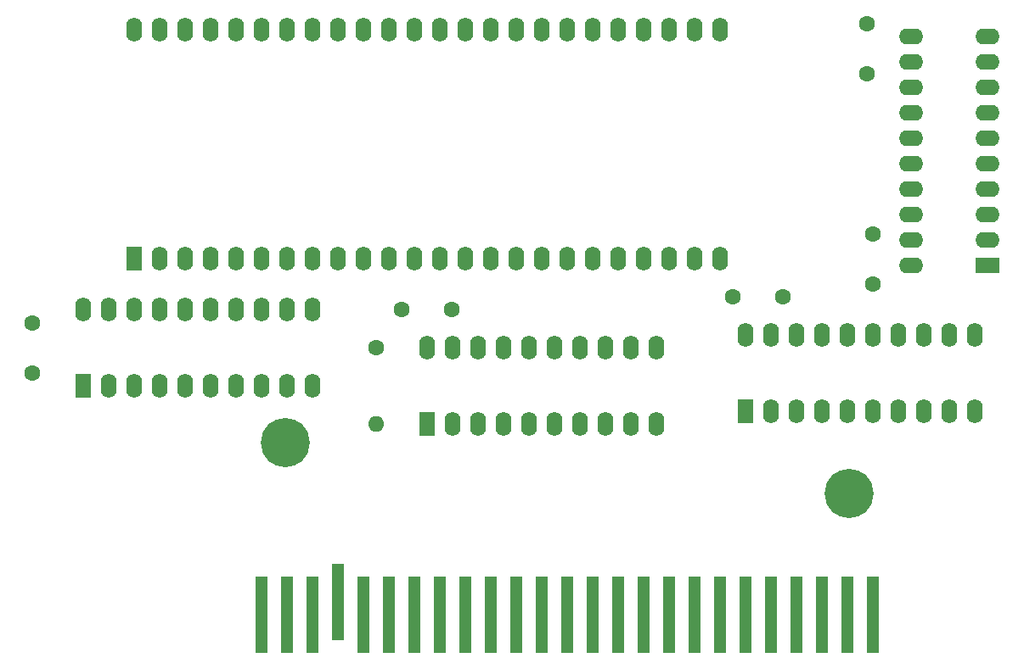
<source format=gts>
G04 #@! TF.GenerationSoftware,KiCad,Pcbnew,(6.0.9)*
G04 #@! TF.CreationDate,2023-05-01T17:42:56+02:00*
G04 #@! TF.ProjectId,05_Cartucho_MSX_Tang_Nano_9k_Mapper,30355f43-6172-4747-9563-686f5f4d5358,rev?*
G04 #@! TF.SameCoordinates,Original*
G04 #@! TF.FileFunction,Soldermask,Top*
G04 #@! TF.FilePolarity,Negative*
%FSLAX46Y46*%
G04 Gerber Fmt 4.6, Leading zero omitted, Abs format (unit mm)*
G04 Created by KiCad (PCBNEW (6.0.9)) date 2023-05-01 17:42:56*
%MOMM*%
%LPD*%
G01*
G04 APERTURE LIST*
%ADD10C,1.600000*%
%ADD11R,1.600000X2.400000*%
%ADD12O,1.600000X2.400000*%
%ADD13C,4.900000*%
%ADD14R,1.270000X7.620000*%
%ADD15O,1.600000X1.600000*%
%ADD16R,2.400000X1.600000*%
%ADD17O,2.400000X1.600000*%
G04 APERTURE END LIST*
D10*
X141605000Y-80685000D03*
X141605000Y-85685000D03*
X95250000Y-109220000D03*
X100250000Y-109220000D03*
X58420000Y-115570000D03*
X58420000Y-110570000D03*
D11*
X63505000Y-116840000D03*
D12*
X66045000Y-116840000D03*
X68585000Y-116840000D03*
X71125000Y-116840000D03*
X73665000Y-116840000D03*
X76205000Y-116840000D03*
X78745000Y-116840000D03*
X81285000Y-116840000D03*
X83825000Y-116840000D03*
X86365000Y-116840000D03*
X86365000Y-109220000D03*
X83825000Y-109220000D03*
X81285000Y-109220000D03*
X78745000Y-109220000D03*
X76205000Y-109220000D03*
X73665000Y-109220000D03*
X71125000Y-109220000D03*
X68585000Y-109220000D03*
X66045000Y-109220000D03*
X63505000Y-109220000D03*
D13*
X83660000Y-122465000D03*
X139860000Y-127565000D03*
D14*
X142240000Y-139700000D03*
X139700000Y-139700000D03*
X137160000Y-139700000D03*
X134620000Y-139700000D03*
X132080000Y-139700000D03*
X129540000Y-139700000D03*
X127000000Y-139700000D03*
X124460000Y-139700000D03*
X121920000Y-139700000D03*
X119380000Y-139700000D03*
X116840000Y-139700000D03*
X114300000Y-139700000D03*
X111760000Y-139700000D03*
X109220000Y-139700000D03*
X106680000Y-139700000D03*
X104140000Y-139700000D03*
X101600000Y-139700000D03*
X99060000Y-139700000D03*
X96520000Y-139700000D03*
X93980000Y-139700000D03*
X91440000Y-139700000D03*
X88900000Y-138430000D03*
X86360000Y-139700000D03*
X83820000Y-139700000D03*
X81280000Y-139700000D03*
D11*
X68580000Y-104140000D03*
D12*
X71120000Y-104140000D03*
X73660000Y-104140000D03*
X76200000Y-104140000D03*
X78740000Y-104140000D03*
X81280000Y-104140000D03*
X83820000Y-104140000D03*
X86360000Y-104140000D03*
X88900000Y-104140000D03*
X91440000Y-104140000D03*
X93980000Y-104140000D03*
X96520000Y-104140000D03*
X99060000Y-104140000D03*
X101600000Y-104140000D03*
X104140000Y-104140000D03*
X106680000Y-104140000D03*
X109220000Y-104140000D03*
X111760000Y-104140000D03*
X114300000Y-104140000D03*
X116840000Y-104140000D03*
X119380000Y-104140000D03*
X121920000Y-104140000D03*
X124460000Y-104140000D03*
X127000000Y-104140000D03*
X127000000Y-81280000D03*
X124460000Y-81280000D03*
X121920000Y-81280000D03*
X119380000Y-81280000D03*
X116840000Y-81280000D03*
X114300000Y-81280000D03*
X111760000Y-81280000D03*
X109220000Y-81280000D03*
X106680000Y-81280000D03*
X104140000Y-81280000D03*
X101600000Y-81280000D03*
X99060000Y-81280000D03*
X96520000Y-81280000D03*
X93980000Y-81280000D03*
X91440000Y-81280000D03*
X88900000Y-81280000D03*
X86360000Y-81280000D03*
X83820000Y-81280000D03*
X81280000Y-81280000D03*
X78740000Y-81280000D03*
X76200000Y-81280000D03*
X73660000Y-81280000D03*
X71120000Y-81280000D03*
X68580000Y-81280000D03*
D11*
X129540000Y-119380000D03*
D12*
X132080000Y-119380000D03*
X134620000Y-119380000D03*
X137160000Y-119380000D03*
X139700000Y-119380000D03*
X142240000Y-119380000D03*
X144780000Y-119380000D03*
X147320000Y-119380000D03*
X149860000Y-119380000D03*
X152400000Y-119380000D03*
X152400000Y-111760000D03*
X149860000Y-111760000D03*
X147320000Y-111760000D03*
X144780000Y-111760000D03*
X142240000Y-111760000D03*
X139700000Y-111760000D03*
X137160000Y-111760000D03*
X134620000Y-111760000D03*
X132080000Y-111760000D03*
X129540000Y-111760000D03*
D10*
X142240000Y-106680000D03*
X142240000Y-101680000D03*
X92710000Y-113030000D03*
D15*
X92710000Y-120650000D03*
D10*
X128270000Y-107950000D03*
X133270000Y-107950000D03*
D11*
X97790000Y-120650000D03*
D12*
X100330000Y-120650000D03*
X102870000Y-120650000D03*
X105410000Y-120650000D03*
X107950000Y-120650000D03*
X110490000Y-120650000D03*
X113030000Y-120650000D03*
X115570000Y-120650000D03*
X118110000Y-120650000D03*
X120650000Y-120650000D03*
X120650000Y-113030000D03*
X118110000Y-113030000D03*
X115570000Y-113030000D03*
X113030000Y-113030000D03*
X110490000Y-113030000D03*
X107950000Y-113030000D03*
X105410000Y-113030000D03*
X102870000Y-113030000D03*
X100330000Y-113030000D03*
X97790000Y-113030000D03*
D16*
X153660000Y-104770000D03*
D17*
X153660000Y-102230000D03*
X153660000Y-99690000D03*
X153660000Y-97150000D03*
X153660000Y-94610000D03*
X153660000Y-92070000D03*
X153660000Y-89530000D03*
X153660000Y-86990000D03*
X153660000Y-84450000D03*
X153660000Y-81910000D03*
X146040000Y-81910000D03*
X146040000Y-84450000D03*
X146040000Y-86990000D03*
X146040000Y-89530000D03*
X146040000Y-92070000D03*
X146040000Y-94610000D03*
X146040000Y-97150000D03*
X146040000Y-99690000D03*
X146040000Y-102230000D03*
X146040000Y-104770000D03*
M02*

</source>
